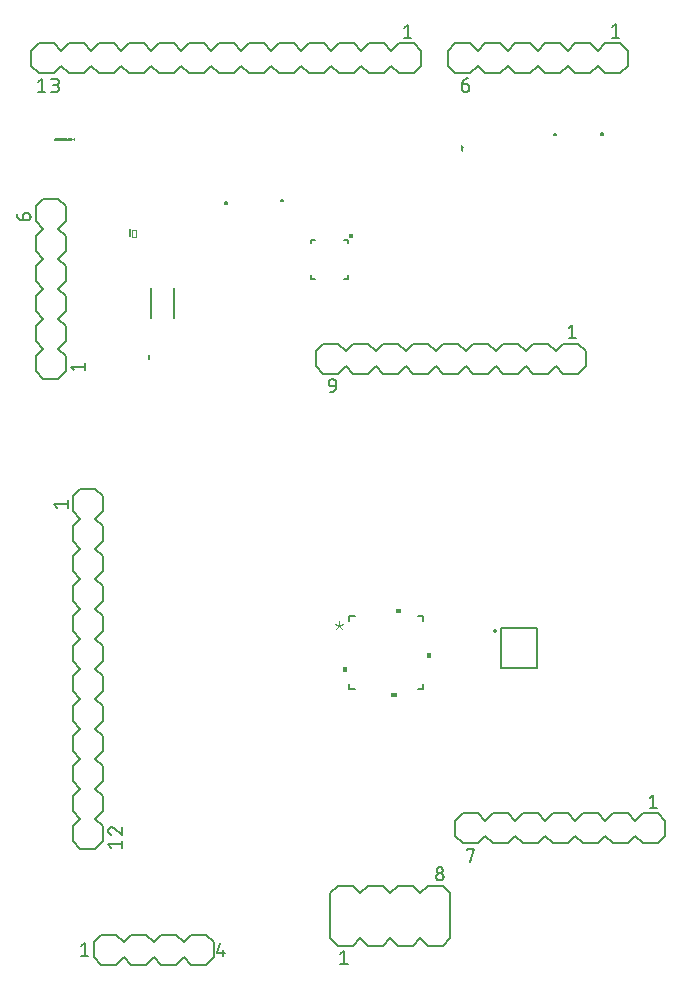
<source format=gto>
G75*
%MOIN*%
%OFA0B0*%
%FSLAX25Y25*%
%IPPOS*%
%LPD*%
%AMOC8*
5,1,8,0,0,1.08239X$1,22.5*
%
%ADD10C,0.00500*%
%ADD11C,0.00600*%
%ADD12C,0.00000*%
%ADD13C,0.00197*%
%ADD14C,0.00591*%
%ADD15C,0.01575*%
%ADD16C,0.00100*%
%ADD17C,0.00300*%
D10*
X0036832Y0015808D02*
X0039332Y0015808D01*
X0038082Y0015808D02*
X0038082Y0020308D01*
X0036832Y0019308D01*
X0046929Y0051905D02*
X0045929Y0053155D01*
X0050429Y0053155D01*
X0050429Y0051905D02*
X0050429Y0054405D01*
X0050429Y0056405D02*
X0050429Y0058905D01*
X0050429Y0056405D02*
X0047929Y0058530D01*
X0045929Y0057780D02*
X0045931Y0057707D01*
X0045936Y0057635D01*
X0045945Y0057563D01*
X0045958Y0057491D01*
X0045974Y0057420D01*
X0045994Y0057350D01*
X0046018Y0057282D01*
X0046044Y0057214D01*
X0046075Y0057148D01*
X0046108Y0057083D01*
X0046145Y0057021D01*
X0046184Y0056960D01*
X0046227Y0056901D01*
X0046273Y0056844D01*
X0046321Y0056790D01*
X0046372Y0056739D01*
X0046426Y0056689D01*
X0046482Y0056643D01*
X0046540Y0056600D01*
X0046601Y0056559D01*
X0046663Y0056522D01*
X0046727Y0056488D01*
X0046793Y0056457D01*
X0046860Y0056429D01*
X0046929Y0056405D01*
X0047929Y0058529D02*
X0047883Y0058575D01*
X0047834Y0058619D01*
X0047783Y0058659D01*
X0047730Y0058697D01*
X0047675Y0058732D01*
X0047618Y0058764D01*
X0047560Y0058793D01*
X0047500Y0058819D01*
X0047438Y0058841D01*
X0047376Y0058860D01*
X0047313Y0058876D01*
X0047249Y0058888D01*
X0047184Y0058897D01*
X0047119Y0058902D01*
X0047054Y0058904D01*
X0047054Y0058905D02*
X0046989Y0058903D01*
X0046923Y0058897D01*
X0046859Y0058888D01*
X0046795Y0058875D01*
X0046731Y0058858D01*
X0046669Y0058837D01*
X0046608Y0058813D01*
X0046549Y0058785D01*
X0046492Y0058754D01*
X0046436Y0058720D01*
X0046382Y0058682D01*
X0046331Y0058642D01*
X0046282Y0058598D01*
X0046236Y0058552D01*
X0046192Y0058503D01*
X0046152Y0058452D01*
X0046114Y0058398D01*
X0046080Y0058343D01*
X0046049Y0058285D01*
X0046021Y0058226D01*
X0045997Y0058165D01*
X0045976Y0058103D01*
X0045959Y0058039D01*
X0045946Y0057975D01*
X0045937Y0057911D01*
X0045931Y0057845D01*
X0045929Y0057780D01*
X0083332Y0020308D02*
X0082332Y0016808D01*
X0084832Y0016808D01*
X0084082Y0017808D02*
X0084082Y0015808D01*
X0123214Y0016576D02*
X0124464Y0017576D01*
X0124464Y0013076D01*
X0123214Y0013076D02*
X0125714Y0013076D01*
X0155214Y0042326D02*
X0155216Y0042257D01*
X0155222Y0042188D01*
X0155231Y0042120D01*
X0155244Y0042053D01*
X0155261Y0041986D01*
X0155282Y0041920D01*
X0155306Y0041856D01*
X0155334Y0041793D01*
X0155365Y0041731D01*
X0155399Y0041671D01*
X0155437Y0041614D01*
X0155478Y0041558D01*
X0155521Y0041505D01*
X0155568Y0041454D01*
X0155617Y0041406D01*
X0155669Y0041361D01*
X0155724Y0041319D01*
X0155780Y0041280D01*
X0155839Y0041243D01*
X0155900Y0041211D01*
X0155962Y0041181D01*
X0156026Y0041155D01*
X0156091Y0041133D01*
X0156157Y0041114D01*
X0156224Y0041099D01*
X0156292Y0041088D01*
X0156361Y0041080D01*
X0156430Y0041076D01*
X0156498Y0041076D01*
X0156567Y0041080D01*
X0156636Y0041088D01*
X0156704Y0041099D01*
X0156771Y0041114D01*
X0156837Y0041133D01*
X0156902Y0041155D01*
X0156966Y0041181D01*
X0157028Y0041211D01*
X0157089Y0041243D01*
X0157148Y0041280D01*
X0157204Y0041319D01*
X0157259Y0041361D01*
X0157311Y0041406D01*
X0157360Y0041454D01*
X0157407Y0041505D01*
X0157450Y0041558D01*
X0157491Y0041614D01*
X0157529Y0041671D01*
X0157563Y0041731D01*
X0157594Y0041793D01*
X0157622Y0041856D01*
X0157646Y0041920D01*
X0157667Y0041986D01*
X0157684Y0042053D01*
X0157697Y0042120D01*
X0157706Y0042188D01*
X0157712Y0042257D01*
X0157714Y0042326D01*
X0157712Y0042395D01*
X0157706Y0042464D01*
X0157697Y0042532D01*
X0157684Y0042599D01*
X0157667Y0042666D01*
X0157646Y0042732D01*
X0157622Y0042796D01*
X0157594Y0042859D01*
X0157563Y0042921D01*
X0157529Y0042981D01*
X0157491Y0043038D01*
X0157450Y0043094D01*
X0157407Y0043147D01*
X0157360Y0043198D01*
X0157311Y0043246D01*
X0157259Y0043291D01*
X0157204Y0043333D01*
X0157148Y0043372D01*
X0157089Y0043409D01*
X0157028Y0043441D01*
X0156966Y0043471D01*
X0156902Y0043497D01*
X0156837Y0043519D01*
X0156771Y0043538D01*
X0156704Y0043553D01*
X0156636Y0043564D01*
X0156567Y0043572D01*
X0156498Y0043576D01*
X0156430Y0043576D01*
X0156361Y0043572D01*
X0156292Y0043564D01*
X0156224Y0043553D01*
X0156157Y0043538D01*
X0156091Y0043519D01*
X0156026Y0043497D01*
X0155962Y0043471D01*
X0155900Y0043441D01*
X0155839Y0043409D01*
X0155780Y0043372D01*
X0155724Y0043333D01*
X0155669Y0043291D01*
X0155617Y0043246D01*
X0155568Y0043198D01*
X0155521Y0043147D01*
X0155478Y0043094D01*
X0155437Y0043038D01*
X0155399Y0042981D01*
X0155365Y0042921D01*
X0155334Y0042859D01*
X0155306Y0042796D01*
X0155282Y0042732D01*
X0155261Y0042666D01*
X0155244Y0042599D01*
X0155231Y0042532D01*
X0155222Y0042464D01*
X0155216Y0042395D01*
X0155214Y0042326D01*
X0155464Y0044576D02*
X0155466Y0044514D01*
X0155472Y0044453D01*
X0155481Y0044392D01*
X0155494Y0044332D01*
X0155511Y0044273D01*
X0155532Y0044215D01*
X0155556Y0044158D01*
X0155583Y0044103D01*
X0155614Y0044050D01*
X0155648Y0043998D01*
X0155685Y0043949D01*
X0155725Y0043902D01*
X0155768Y0043858D01*
X0155813Y0043817D01*
X0155861Y0043778D01*
X0155912Y0043742D01*
X0155964Y0043710D01*
X0156018Y0043681D01*
X0156074Y0043655D01*
X0156132Y0043633D01*
X0156190Y0043614D01*
X0156250Y0043599D01*
X0156311Y0043588D01*
X0156372Y0043580D01*
X0156433Y0043576D01*
X0156495Y0043576D01*
X0156556Y0043580D01*
X0156617Y0043588D01*
X0156678Y0043599D01*
X0156738Y0043614D01*
X0156796Y0043633D01*
X0156854Y0043655D01*
X0156910Y0043681D01*
X0156964Y0043710D01*
X0157016Y0043742D01*
X0157067Y0043778D01*
X0157115Y0043817D01*
X0157160Y0043858D01*
X0157203Y0043902D01*
X0157243Y0043949D01*
X0157280Y0043998D01*
X0157314Y0044050D01*
X0157345Y0044103D01*
X0157372Y0044158D01*
X0157396Y0044215D01*
X0157417Y0044273D01*
X0157434Y0044332D01*
X0157447Y0044392D01*
X0157456Y0044453D01*
X0157462Y0044514D01*
X0157464Y0044576D01*
X0157462Y0044638D01*
X0157456Y0044699D01*
X0157447Y0044760D01*
X0157434Y0044820D01*
X0157417Y0044879D01*
X0157396Y0044937D01*
X0157372Y0044994D01*
X0157345Y0045049D01*
X0157314Y0045102D01*
X0157280Y0045154D01*
X0157243Y0045203D01*
X0157203Y0045250D01*
X0157160Y0045294D01*
X0157115Y0045335D01*
X0157067Y0045374D01*
X0157016Y0045410D01*
X0156964Y0045442D01*
X0156910Y0045471D01*
X0156854Y0045497D01*
X0156796Y0045519D01*
X0156738Y0045538D01*
X0156678Y0045553D01*
X0156617Y0045564D01*
X0156556Y0045572D01*
X0156495Y0045576D01*
X0156433Y0045576D01*
X0156372Y0045572D01*
X0156311Y0045564D01*
X0156250Y0045553D01*
X0156190Y0045538D01*
X0156132Y0045519D01*
X0156074Y0045497D01*
X0156018Y0045471D01*
X0155964Y0045442D01*
X0155912Y0045410D01*
X0155861Y0045374D01*
X0155813Y0045335D01*
X0155768Y0045294D01*
X0155725Y0045250D01*
X0155685Y0045203D01*
X0155648Y0045154D01*
X0155614Y0045102D01*
X0155583Y0045049D01*
X0155556Y0044994D01*
X0155532Y0044937D01*
X0155511Y0044879D01*
X0155494Y0044820D01*
X0155481Y0044760D01*
X0155472Y0044699D01*
X0155466Y0044638D01*
X0155464Y0044576D01*
X0166675Y0047189D02*
X0167925Y0051689D01*
X0165425Y0051689D01*
X0165425Y0051189D01*
X0176901Y0111759D02*
X0176901Y0125144D01*
X0188712Y0125144D01*
X0188712Y0111759D01*
X0176901Y0111759D01*
X0226425Y0068689D02*
X0227675Y0069689D01*
X0227675Y0065189D01*
X0226425Y0065189D02*
X0228925Y0065189D01*
X0121924Y0205766D02*
X0121924Y0207016D01*
X0121922Y0207085D01*
X0121916Y0207154D01*
X0121907Y0207222D01*
X0121894Y0207289D01*
X0121877Y0207356D01*
X0121856Y0207422D01*
X0121832Y0207486D01*
X0121804Y0207549D01*
X0121773Y0207611D01*
X0121739Y0207671D01*
X0121701Y0207728D01*
X0121660Y0207784D01*
X0121617Y0207837D01*
X0121570Y0207888D01*
X0121521Y0207936D01*
X0121469Y0207981D01*
X0121414Y0208023D01*
X0121358Y0208062D01*
X0121299Y0208099D01*
X0121238Y0208131D01*
X0121176Y0208161D01*
X0121112Y0208187D01*
X0121047Y0208209D01*
X0120981Y0208228D01*
X0120914Y0208243D01*
X0120846Y0208254D01*
X0120777Y0208262D01*
X0120708Y0208266D01*
X0120640Y0208266D01*
X0120571Y0208262D01*
X0120502Y0208254D01*
X0120434Y0208243D01*
X0120367Y0208228D01*
X0120301Y0208209D01*
X0120236Y0208187D01*
X0120172Y0208161D01*
X0120110Y0208131D01*
X0120049Y0208099D01*
X0119990Y0208062D01*
X0119934Y0208023D01*
X0119879Y0207981D01*
X0119827Y0207936D01*
X0119778Y0207888D01*
X0119731Y0207837D01*
X0119688Y0207784D01*
X0119647Y0207728D01*
X0119609Y0207671D01*
X0119575Y0207611D01*
X0119544Y0207549D01*
X0119516Y0207486D01*
X0119492Y0207422D01*
X0119471Y0207356D01*
X0119454Y0207289D01*
X0119441Y0207222D01*
X0119432Y0207154D01*
X0119426Y0207085D01*
X0119424Y0207016D01*
X0119424Y0206766D01*
X0119426Y0206706D01*
X0119431Y0206645D01*
X0119440Y0206586D01*
X0119453Y0206527D01*
X0119469Y0206468D01*
X0119489Y0206411D01*
X0119512Y0206356D01*
X0119539Y0206301D01*
X0119568Y0206249D01*
X0119601Y0206198D01*
X0119637Y0206149D01*
X0119675Y0206103D01*
X0119717Y0206059D01*
X0119761Y0206017D01*
X0119807Y0205979D01*
X0119856Y0205943D01*
X0119907Y0205910D01*
X0119959Y0205881D01*
X0120014Y0205854D01*
X0120069Y0205831D01*
X0120126Y0205811D01*
X0120185Y0205795D01*
X0120244Y0205782D01*
X0120303Y0205773D01*
X0120364Y0205768D01*
X0120424Y0205766D01*
X0121924Y0205766D01*
X0121922Y0205679D01*
X0121916Y0205592D01*
X0121907Y0205505D01*
X0121894Y0205419D01*
X0121877Y0205333D01*
X0121856Y0205248D01*
X0121831Y0205165D01*
X0121803Y0205082D01*
X0121772Y0205001D01*
X0121737Y0204921D01*
X0121698Y0204843D01*
X0121656Y0204766D01*
X0121611Y0204691D01*
X0121562Y0204619D01*
X0121511Y0204548D01*
X0121456Y0204480D01*
X0121399Y0204415D01*
X0121338Y0204352D01*
X0121275Y0204291D01*
X0121210Y0204234D01*
X0121142Y0204179D01*
X0121071Y0204128D01*
X0120999Y0204079D01*
X0120924Y0204034D01*
X0120847Y0203992D01*
X0120769Y0203953D01*
X0120689Y0203918D01*
X0120608Y0203887D01*
X0120525Y0203859D01*
X0120442Y0203834D01*
X0120357Y0203813D01*
X0120271Y0203796D01*
X0120185Y0203783D01*
X0120098Y0203774D01*
X0120011Y0203768D01*
X0119924Y0203766D01*
X0124660Y0241666D02*
X0125841Y0241666D01*
X0125841Y0243044D01*
X0125841Y0253477D02*
X0125841Y0254658D01*
X0124660Y0254658D01*
X0114818Y0254658D02*
X0113637Y0254658D01*
X0113637Y0253477D01*
X0113637Y0242847D02*
X0113637Y0241666D01*
X0114818Y0241666D01*
X0067774Y0238612D02*
X0067774Y0228454D01*
X0060156Y0228454D02*
X0060156Y0238612D01*
X0038031Y0213594D02*
X0038031Y0211094D01*
X0038031Y0212344D02*
X0033531Y0212344D01*
X0034531Y0211094D01*
X0032429Y0167905D02*
X0032429Y0165405D01*
X0032429Y0166655D02*
X0027929Y0166655D01*
X0028929Y0165405D01*
X0018781Y0261094D02*
X0017531Y0261094D01*
X0017531Y0262594D01*
X0017531Y0261094D02*
X0017444Y0261096D01*
X0017357Y0261102D01*
X0017270Y0261111D01*
X0017184Y0261124D01*
X0017098Y0261141D01*
X0017013Y0261162D01*
X0016930Y0261187D01*
X0016847Y0261215D01*
X0016766Y0261246D01*
X0016686Y0261281D01*
X0016608Y0261320D01*
X0016531Y0261362D01*
X0016456Y0261407D01*
X0016384Y0261456D01*
X0016313Y0261507D01*
X0016245Y0261562D01*
X0016180Y0261619D01*
X0016117Y0261680D01*
X0016056Y0261743D01*
X0015999Y0261808D01*
X0015944Y0261876D01*
X0015893Y0261947D01*
X0015844Y0262019D01*
X0015799Y0262094D01*
X0015757Y0262171D01*
X0015718Y0262249D01*
X0015683Y0262329D01*
X0015652Y0262410D01*
X0015624Y0262493D01*
X0015599Y0262576D01*
X0015578Y0262661D01*
X0015561Y0262747D01*
X0015548Y0262833D01*
X0015539Y0262920D01*
X0015533Y0263007D01*
X0015531Y0263094D01*
X0018531Y0263594D02*
X0018781Y0263594D01*
X0018531Y0263594D02*
X0018471Y0263592D01*
X0018410Y0263587D01*
X0018351Y0263578D01*
X0018292Y0263565D01*
X0018233Y0263549D01*
X0018176Y0263529D01*
X0018121Y0263506D01*
X0018066Y0263479D01*
X0018014Y0263450D01*
X0017963Y0263417D01*
X0017914Y0263381D01*
X0017868Y0263343D01*
X0017824Y0263301D01*
X0017782Y0263257D01*
X0017744Y0263211D01*
X0017708Y0263162D01*
X0017675Y0263111D01*
X0017646Y0263059D01*
X0017619Y0263004D01*
X0017596Y0262949D01*
X0017576Y0262892D01*
X0017560Y0262833D01*
X0017547Y0262774D01*
X0017538Y0262715D01*
X0017533Y0262654D01*
X0017531Y0262594D01*
X0018781Y0263594D02*
X0018850Y0263592D01*
X0018919Y0263586D01*
X0018987Y0263577D01*
X0019054Y0263564D01*
X0019121Y0263547D01*
X0019187Y0263526D01*
X0019251Y0263502D01*
X0019314Y0263474D01*
X0019376Y0263443D01*
X0019436Y0263409D01*
X0019493Y0263371D01*
X0019549Y0263330D01*
X0019602Y0263287D01*
X0019653Y0263240D01*
X0019701Y0263191D01*
X0019746Y0263139D01*
X0019788Y0263084D01*
X0019827Y0263028D01*
X0019864Y0262969D01*
X0019896Y0262908D01*
X0019926Y0262846D01*
X0019952Y0262782D01*
X0019974Y0262717D01*
X0019993Y0262651D01*
X0020008Y0262584D01*
X0020019Y0262516D01*
X0020027Y0262447D01*
X0020031Y0262378D01*
X0020031Y0262310D01*
X0020027Y0262241D01*
X0020019Y0262172D01*
X0020008Y0262104D01*
X0019993Y0262037D01*
X0019974Y0261971D01*
X0019952Y0261906D01*
X0019926Y0261842D01*
X0019896Y0261780D01*
X0019864Y0261719D01*
X0019827Y0261660D01*
X0019788Y0261604D01*
X0019746Y0261549D01*
X0019701Y0261497D01*
X0019653Y0261448D01*
X0019602Y0261401D01*
X0019549Y0261358D01*
X0019493Y0261317D01*
X0019436Y0261279D01*
X0019376Y0261245D01*
X0019314Y0261214D01*
X0019251Y0261186D01*
X0019187Y0261162D01*
X0019121Y0261141D01*
X0019054Y0261124D01*
X0018987Y0261111D01*
X0018919Y0261102D01*
X0018850Y0261096D01*
X0018781Y0261094D01*
X0022490Y0303843D02*
X0024990Y0303843D01*
X0023740Y0303843D02*
X0023740Y0308343D01*
X0022490Y0307343D01*
X0026990Y0308343D02*
X0028490Y0308343D01*
X0028552Y0308341D01*
X0028613Y0308335D01*
X0028674Y0308326D01*
X0028734Y0308313D01*
X0028793Y0308296D01*
X0028851Y0308275D01*
X0028908Y0308251D01*
X0028963Y0308224D01*
X0029016Y0308193D01*
X0029068Y0308159D01*
X0029117Y0308122D01*
X0029164Y0308082D01*
X0029208Y0308039D01*
X0029249Y0307994D01*
X0029288Y0307946D01*
X0029324Y0307895D01*
X0029356Y0307843D01*
X0029385Y0307789D01*
X0029411Y0307733D01*
X0029433Y0307675D01*
X0029452Y0307617D01*
X0029467Y0307557D01*
X0029478Y0307496D01*
X0029486Y0307435D01*
X0029490Y0307374D01*
X0029490Y0307312D01*
X0029486Y0307251D01*
X0029478Y0307190D01*
X0029467Y0307129D01*
X0029452Y0307069D01*
X0029433Y0307011D01*
X0029411Y0306953D01*
X0029385Y0306897D01*
X0029356Y0306843D01*
X0029324Y0306791D01*
X0029288Y0306740D01*
X0029249Y0306692D01*
X0029208Y0306647D01*
X0029164Y0306604D01*
X0029117Y0306564D01*
X0029068Y0306527D01*
X0029016Y0306493D01*
X0028963Y0306462D01*
X0028908Y0306435D01*
X0028851Y0306411D01*
X0028793Y0306390D01*
X0028734Y0306373D01*
X0028674Y0306360D01*
X0028613Y0306351D01*
X0028552Y0306345D01*
X0028490Y0306343D01*
X0027490Y0306343D01*
X0028240Y0306343D02*
X0028309Y0306341D01*
X0028378Y0306335D01*
X0028446Y0306326D01*
X0028513Y0306313D01*
X0028580Y0306296D01*
X0028646Y0306275D01*
X0028710Y0306251D01*
X0028773Y0306223D01*
X0028835Y0306192D01*
X0028895Y0306158D01*
X0028952Y0306120D01*
X0029008Y0306079D01*
X0029061Y0306036D01*
X0029112Y0305989D01*
X0029160Y0305940D01*
X0029205Y0305888D01*
X0029247Y0305833D01*
X0029286Y0305777D01*
X0029323Y0305718D01*
X0029355Y0305657D01*
X0029385Y0305595D01*
X0029411Y0305531D01*
X0029433Y0305466D01*
X0029452Y0305400D01*
X0029467Y0305333D01*
X0029478Y0305265D01*
X0029486Y0305196D01*
X0029490Y0305127D01*
X0029490Y0305059D01*
X0029486Y0304990D01*
X0029478Y0304921D01*
X0029467Y0304853D01*
X0029452Y0304786D01*
X0029433Y0304720D01*
X0029411Y0304655D01*
X0029385Y0304591D01*
X0029355Y0304529D01*
X0029323Y0304468D01*
X0029286Y0304409D01*
X0029247Y0304353D01*
X0029205Y0304298D01*
X0029160Y0304246D01*
X0029112Y0304197D01*
X0029061Y0304150D01*
X0029008Y0304107D01*
X0028952Y0304066D01*
X0028895Y0304028D01*
X0028835Y0303994D01*
X0028773Y0303963D01*
X0028710Y0303935D01*
X0028646Y0303911D01*
X0028580Y0303890D01*
X0028513Y0303873D01*
X0028446Y0303860D01*
X0028378Y0303851D01*
X0028309Y0303845D01*
X0028240Y0303843D01*
X0026990Y0303843D01*
X0144490Y0321843D02*
X0146990Y0321843D01*
X0145740Y0321843D02*
X0145740Y0326343D01*
X0144490Y0325343D01*
X0163859Y0306476D02*
X0163859Y0305226D01*
X0163859Y0306476D02*
X0165359Y0306476D01*
X0163859Y0306476D02*
X0163861Y0306563D01*
X0163867Y0306650D01*
X0163876Y0306737D01*
X0163889Y0306823D01*
X0163906Y0306909D01*
X0163927Y0306994D01*
X0163952Y0307077D01*
X0163980Y0307160D01*
X0164011Y0307241D01*
X0164046Y0307321D01*
X0164085Y0307399D01*
X0164127Y0307476D01*
X0164172Y0307551D01*
X0164221Y0307623D01*
X0164272Y0307694D01*
X0164327Y0307762D01*
X0164384Y0307827D01*
X0164445Y0307890D01*
X0164508Y0307951D01*
X0164573Y0308008D01*
X0164641Y0308063D01*
X0164712Y0308114D01*
X0164784Y0308163D01*
X0164859Y0308208D01*
X0164936Y0308250D01*
X0165014Y0308289D01*
X0165094Y0308324D01*
X0165175Y0308355D01*
X0165258Y0308383D01*
X0165341Y0308408D01*
X0165426Y0308429D01*
X0165512Y0308446D01*
X0165598Y0308459D01*
X0165685Y0308468D01*
X0165772Y0308474D01*
X0165859Y0308476D01*
X0165359Y0306476D02*
X0165419Y0306474D01*
X0165480Y0306469D01*
X0165539Y0306460D01*
X0165598Y0306447D01*
X0165657Y0306431D01*
X0165714Y0306411D01*
X0165769Y0306388D01*
X0165824Y0306361D01*
X0165876Y0306332D01*
X0165927Y0306299D01*
X0165976Y0306263D01*
X0166022Y0306225D01*
X0166066Y0306183D01*
X0166108Y0306139D01*
X0166146Y0306093D01*
X0166182Y0306044D01*
X0166215Y0305993D01*
X0166244Y0305941D01*
X0166271Y0305886D01*
X0166294Y0305831D01*
X0166314Y0305774D01*
X0166330Y0305715D01*
X0166343Y0305656D01*
X0166352Y0305597D01*
X0166357Y0305536D01*
X0166359Y0305476D01*
X0166359Y0305226D01*
X0166357Y0305157D01*
X0166351Y0305088D01*
X0166342Y0305020D01*
X0166329Y0304953D01*
X0166312Y0304886D01*
X0166291Y0304820D01*
X0166267Y0304756D01*
X0166239Y0304693D01*
X0166208Y0304631D01*
X0166174Y0304571D01*
X0166136Y0304514D01*
X0166095Y0304458D01*
X0166052Y0304405D01*
X0166005Y0304354D01*
X0165956Y0304306D01*
X0165904Y0304261D01*
X0165849Y0304219D01*
X0165793Y0304180D01*
X0165734Y0304143D01*
X0165673Y0304111D01*
X0165611Y0304081D01*
X0165547Y0304055D01*
X0165482Y0304033D01*
X0165416Y0304014D01*
X0165349Y0303999D01*
X0165281Y0303988D01*
X0165212Y0303980D01*
X0165143Y0303976D01*
X0165075Y0303976D01*
X0165006Y0303980D01*
X0164937Y0303988D01*
X0164869Y0303999D01*
X0164802Y0304014D01*
X0164736Y0304033D01*
X0164671Y0304055D01*
X0164607Y0304081D01*
X0164545Y0304111D01*
X0164484Y0304143D01*
X0164425Y0304180D01*
X0164369Y0304219D01*
X0164314Y0304261D01*
X0164262Y0304306D01*
X0164213Y0304354D01*
X0164166Y0304405D01*
X0164123Y0304458D01*
X0164082Y0304514D01*
X0164044Y0304571D01*
X0164010Y0304631D01*
X0163979Y0304693D01*
X0163951Y0304756D01*
X0163927Y0304820D01*
X0163906Y0304886D01*
X0163889Y0304953D01*
X0163876Y0305020D01*
X0163867Y0305088D01*
X0163861Y0305157D01*
X0163859Y0305226D01*
X0213859Y0321976D02*
X0216359Y0321976D01*
X0215109Y0321976D02*
X0215109Y0326476D01*
X0213859Y0325476D01*
X0200674Y0226266D02*
X0200674Y0221766D01*
X0199424Y0221766D02*
X0201924Y0221766D01*
X0199424Y0225266D02*
X0200674Y0226266D01*
D11*
X0202674Y0220016D02*
X0197674Y0220016D01*
X0195174Y0217516D01*
X0192674Y0220016D01*
X0187674Y0220016D01*
X0185174Y0217516D01*
X0182674Y0220016D01*
X0177674Y0220016D01*
X0175174Y0217516D01*
X0172674Y0220016D01*
X0167674Y0220016D01*
X0165174Y0217516D01*
X0162674Y0220016D01*
X0157674Y0220016D01*
X0155174Y0217516D01*
X0152674Y0220016D01*
X0147674Y0220016D01*
X0145174Y0217516D01*
X0142674Y0220016D01*
X0137674Y0220016D01*
X0135174Y0217516D01*
X0132674Y0220016D01*
X0127674Y0220016D01*
X0125174Y0217516D01*
X0122674Y0220016D01*
X0117674Y0220016D01*
X0115174Y0217516D01*
X0115174Y0212516D01*
X0117674Y0210016D01*
X0122674Y0210016D01*
X0125174Y0212516D01*
X0127674Y0210016D01*
X0132674Y0210016D01*
X0135174Y0212516D01*
X0137674Y0210016D01*
X0142674Y0210016D01*
X0145174Y0212516D01*
X0147674Y0210016D01*
X0152674Y0210016D01*
X0155174Y0212516D01*
X0157674Y0210016D01*
X0162674Y0210016D01*
X0165174Y0212516D01*
X0167674Y0210016D01*
X0172674Y0210016D01*
X0175174Y0212516D01*
X0177674Y0210016D01*
X0182674Y0210016D01*
X0185174Y0212516D01*
X0187674Y0210016D01*
X0192674Y0210016D01*
X0195174Y0212516D01*
X0197674Y0210016D01*
X0202674Y0210016D01*
X0205174Y0212516D01*
X0205174Y0217516D01*
X0202674Y0220016D01*
X0194984Y0289411D02*
X0195018Y0289413D01*
X0195051Y0289419D01*
X0195083Y0289428D01*
X0195114Y0289441D01*
X0195144Y0289457D01*
X0195171Y0289476D01*
X0195196Y0289499D01*
X0195219Y0289524D01*
X0195238Y0289551D01*
X0195254Y0289581D01*
X0195267Y0289612D01*
X0195276Y0289644D01*
X0195282Y0289677D01*
X0195284Y0289711D01*
X0195282Y0289745D01*
X0195276Y0289778D01*
X0195267Y0289810D01*
X0195254Y0289841D01*
X0195238Y0289871D01*
X0195219Y0289898D01*
X0195196Y0289923D01*
X0195171Y0289946D01*
X0195144Y0289965D01*
X0195114Y0289981D01*
X0195083Y0289994D01*
X0195051Y0290003D01*
X0195018Y0290009D01*
X0194984Y0290011D01*
X0194950Y0290009D01*
X0194917Y0290003D01*
X0194885Y0289994D01*
X0194854Y0289981D01*
X0194824Y0289965D01*
X0194797Y0289946D01*
X0194772Y0289923D01*
X0194749Y0289898D01*
X0194730Y0289871D01*
X0194714Y0289841D01*
X0194701Y0289810D01*
X0194692Y0289778D01*
X0194686Y0289745D01*
X0194684Y0289711D01*
X0194686Y0289677D01*
X0194692Y0289644D01*
X0194701Y0289612D01*
X0194714Y0289581D01*
X0194730Y0289551D01*
X0194749Y0289524D01*
X0194772Y0289499D01*
X0194797Y0289476D01*
X0194824Y0289457D01*
X0194854Y0289441D01*
X0194885Y0289428D01*
X0194917Y0289419D01*
X0194950Y0289413D01*
X0194984Y0289411D01*
X0196609Y0310226D02*
X0191609Y0310226D01*
X0189109Y0312726D01*
X0186609Y0310226D01*
X0181609Y0310226D01*
X0179109Y0312726D01*
X0176609Y0310226D01*
X0171609Y0310226D01*
X0169109Y0312726D01*
X0166609Y0310226D01*
X0161609Y0310226D01*
X0159109Y0312726D01*
X0159109Y0317726D01*
X0161609Y0320226D01*
X0166609Y0320226D01*
X0169109Y0317726D01*
X0171609Y0320226D01*
X0176609Y0320226D01*
X0179109Y0317726D01*
X0181609Y0320226D01*
X0186609Y0320226D01*
X0189109Y0317726D01*
X0191609Y0320226D01*
X0196609Y0320226D01*
X0199109Y0317726D01*
X0201609Y0320226D01*
X0206609Y0320226D01*
X0209109Y0317726D01*
X0211609Y0320226D01*
X0216609Y0320226D01*
X0219109Y0317726D01*
X0219109Y0312726D01*
X0216609Y0310226D01*
X0211609Y0310226D01*
X0209109Y0312726D01*
X0206609Y0310226D01*
X0201609Y0310226D01*
X0199109Y0312726D01*
X0196609Y0310226D01*
X0210463Y0290207D02*
X0210497Y0290205D01*
X0210530Y0290199D01*
X0210562Y0290190D01*
X0210593Y0290177D01*
X0210623Y0290161D01*
X0210650Y0290142D01*
X0210675Y0290119D01*
X0210698Y0290094D01*
X0210717Y0290067D01*
X0210733Y0290037D01*
X0210746Y0290006D01*
X0210755Y0289974D01*
X0210761Y0289941D01*
X0210763Y0289907D01*
X0210761Y0289873D01*
X0210755Y0289840D01*
X0210746Y0289808D01*
X0210733Y0289777D01*
X0210717Y0289747D01*
X0210698Y0289720D01*
X0210675Y0289695D01*
X0210650Y0289672D01*
X0210623Y0289653D01*
X0210593Y0289637D01*
X0210562Y0289624D01*
X0210530Y0289615D01*
X0210497Y0289609D01*
X0210463Y0289607D01*
X0210429Y0289609D01*
X0210396Y0289615D01*
X0210364Y0289624D01*
X0210333Y0289637D01*
X0210303Y0289653D01*
X0210276Y0289672D01*
X0210251Y0289695D01*
X0210228Y0289720D01*
X0210209Y0289747D01*
X0210193Y0289777D01*
X0210180Y0289808D01*
X0210171Y0289840D01*
X0210165Y0289873D01*
X0210163Y0289907D01*
X0210165Y0289941D01*
X0210171Y0289974D01*
X0210180Y0290006D01*
X0210193Y0290037D01*
X0210209Y0290067D01*
X0210228Y0290094D01*
X0210251Y0290119D01*
X0210276Y0290142D01*
X0210303Y0290161D01*
X0210333Y0290177D01*
X0210364Y0290190D01*
X0210396Y0290199D01*
X0210429Y0290205D01*
X0210463Y0290207D01*
X0150240Y0312593D02*
X0147740Y0310093D01*
X0142740Y0310093D01*
X0140240Y0312593D01*
X0137740Y0310093D01*
X0132740Y0310093D01*
X0130240Y0312593D01*
X0127740Y0310093D01*
X0122740Y0310093D01*
X0120240Y0312593D01*
X0117740Y0310093D01*
X0112740Y0310093D01*
X0110240Y0312593D01*
X0107740Y0310093D01*
X0102740Y0310093D01*
X0100240Y0312593D01*
X0097740Y0310093D01*
X0092740Y0310093D01*
X0090240Y0312593D01*
X0087740Y0310093D01*
X0082740Y0310093D01*
X0080240Y0312593D01*
X0077740Y0310093D01*
X0072740Y0310093D01*
X0070240Y0312593D01*
X0067740Y0310093D01*
X0062740Y0310093D01*
X0060240Y0312593D01*
X0057740Y0310093D01*
X0052740Y0310093D01*
X0050240Y0312593D01*
X0047740Y0310093D01*
X0042740Y0310093D01*
X0040240Y0312593D01*
X0037740Y0310093D01*
X0032740Y0310093D01*
X0030240Y0312593D01*
X0027740Y0310093D01*
X0022740Y0310093D01*
X0020240Y0312593D01*
X0020240Y0317593D01*
X0022740Y0320093D01*
X0027740Y0320093D01*
X0030240Y0317593D01*
X0032740Y0320093D01*
X0037740Y0320093D01*
X0040240Y0317593D01*
X0042740Y0320093D01*
X0047740Y0320093D01*
X0050240Y0317593D01*
X0052740Y0320093D01*
X0057740Y0320093D01*
X0060240Y0317593D01*
X0062740Y0320093D01*
X0067740Y0320093D01*
X0070240Y0317593D01*
X0072740Y0320093D01*
X0077740Y0320093D01*
X0080240Y0317593D01*
X0082740Y0320093D01*
X0087740Y0320093D01*
X0090240Y0317593D01*
X0092740Y0320093D01*
X0097740Y0320093D01*
X0100240Y0317593D01*
X0102740Y0320093D01*
X0107740Y0320093D01*
X0110240Y0317593D01*
X0112740Y0320093D01*
X0117740Y0320093D01*
X0120240Y0317593D01*
X0122740Y0320093D01*
X0127740Y0320093D01*
X0130240Y0317593D01*
X0132740Y0320093D01*
X0137740Y0320093D01*
X0140240Y0317593D01*
X0142740Y0320093D01*
X0147740Y0320093D01*
X0150240Y0317593D01*
X0150240Y0312593D01*
X0104164Y0267772D02*
X0104162Y0267806D01*
X0104156Y0267839D01*
X0104147Y0267871D01*
X0104134Y0267902D01*
X0104118Y0267932D01*
X0104099Y0267959D01*
X0104076Y0267984D01*
X0104051Y0268007D01*
X0104024Y0268026D01*
X0103994Y0268042D01*
X0103963Y0268055D01*
X0103931Y0268064D01*
X0103898Y0268070D01*
X0103864Y0268072D01*
X0103830Y0268070D01*
X0103797Y0268064D01*
X0103765Y0268055D01*
X0103734Y0268042D01*
X0103704Y0268026D01*
X0103677Y0268007D01*
X0103652Y0267984D01*
X0103629Y0267959D01*
X0103610Y0267932D01*
X0103594Y0267902D01*
X0103581Y0267871D01*
X0103572Y0267839D01*
X0103566Y0267806D01*
X0103564Y0267772D01*
X0103566Y0267738D01*
X0103572Y0267705D01*
X0103581Y0267673D01*
X0103594Y0267642D01*
X0103610Y0267612D01*
X0103629Y0267585D01*
X0103652Y0267560D01*
X0103677Y0267537D01*
X0103704Y0267518D01*
X0103734Y0267502D01*
X0103765Y0267489D01*
X0103797Y0267480D01*
X0103830Y0267474D01*
X0103864Y0267472D01*
X0103898Y0267474D01*
X0103931Y0267480D01*
X0103963Y0267489D01*
X0103994Y0267502D01*
X0104024Y0267518D01*
X0104051Y0267537D01*
X0104076Y0267560D01*
X0104099Y0267585D01*
X0104118Y0267612D01*
X0104134Y0267642D01*
X0104147Y0267673D01*
X0104156Y0267705D01*
X0104162Y0267738D01*
X0104164Y0267772D01*
X0085548Y0266916D02*
X0085546Y0266950D01*
X0085540Y0266983D01*
X0085531Y0267015D01*
X0085518Y0267046D01*
X0085502Y0267076D01*
X0085483Y0267103D01*
X0085460Y0267128D01*
X0085435Y0267151D01*
X0085408Y0267170D01*
X0085378Y0267186D01*
X0085347Y0267199D01*
X0085315Y0267208D01*
X0085282Y0267214D01*
X0085248Y0267216D01*
X0085214Y0267214D01*
X0085181Y0267208D01*
X0085149Y0267199D01*
X0085118Y0267186D01*
X0085088Y0267170D01*
X0085061Y0267151D01*
X0085036Y0267128D01*
X0085013Y0267103D01*
X0084994Y0267076D01*
X0084978Y0267046D01*
X0084965Y0267015D01*
X0084956Y0266983D01*
X0084950Y0266950D01*
X0084948Y0266916D01*
X0084950Y0266882D01*
X0084956Y0266849D01*
X0084965Y0266817D01*
X0084978Y0266786D01*
X0084994Y0266756D01*
X0085013Y0266729D01*
X0085036Y0266704D01*
X0085061Y0266681D01*
X0085088Y0266662D01*
X0085118Y0266646D01*
X0085149Y0266633D01*
X0085181Y0266624D01*
X0085214Y0266618D01*
X0085248Y0266616D01*
X0085282Y0266618D01*
X0085315Y0266624D01*
X0085347Y0266633D01*
X0085378Y0266646D01*
X0085408Y0266662D01*
X0085435Y0266681D01*
X0085460Y0266704D01*
X0085483Y0266729D01*
X0085502Y0266756D01*
X0085518Y0266786D01*
X0085531Y0266817D01*
X0085540Y0266849D01*
X0085546Y0266882D01*
X0085548Y0266916D01*
X0031781Y0265844D02*
X0031781Y0260844D01*
X0029281Y0258344D01*
X0031781Y0255844D01*
X0031781Y0250844D01*
X0029281Y0248344D01*
X0031781Y0245844D01*
X0031781Y0240844D01*
X0029281Y0238344D01*
X0031781Y0235844D01*
X0031781Y0230844D01*
X0029281Y0228344D01*
X0031781Y0225844D01*
X0031781Y0220844D01*
X0029281Y0218344D01*
X0031781Y0215844D01*
X0031781Y0210844D01*
X0029281Y0208344D01*
X0024281Y0208344D01*
X0021781Y0210844D01*
X0021781Y0215844D01*
X0024281Y0218344D01*
X0021781Y0220844D01*
X0021781Y0225844D01*
X0024281Y0228344D01*
X0021781Y0230844D01*
X0021781Y0235844D01*
X0024281Y0238344D01*
X0021781Y0240844D01*
X0021781Y0245844D01*
X0024281Y0248344D01*
X0021781Y0250844D01*
X0021781Y0255844D01*
X0024281Y0258344D01*
X0021781Y0260844D01*
X0021781Y0265844D01*
X0024281Y0268344D01*
X0029281Y0268344D01*
X0031781Y0265844D01*
X0036679Y0171655D02*
X0034179Y0169155D01*
X0034179Y0164155D01*
X0036679Y0161655D01*
X0034179Y0159155D01*
X0034179Y0154155D01*
X0036679Y0151655D01*
X0034179Y0149155D01*
X0034179Y0144155D01*
X0036679Y0141655D01*
X0034179Y0139155D01*
X0034179Y0134155D01*
X0036679Y0131655D01*
X0034179Y0129155D01*
X0034179Y0124155D01*
X0036679Y0121655D01*
X0034179Y0119155D01*
X0034179Y0114155D01*
X0036679Y0111655D01*
X0034179Y0109155D01*
X0034179Y0104155D01*
X0036679Y0101655D01*
X0034179Y0099155D01*
X0034179Y0094155D01*
X0036679Y0091655D01*
X0034179Y0089155D01*
X0034179Y0084155D01*
X0036679Y0081655D01*
X0034179Y0079155D01*
X0034179Y0074155D01*
X0036679Y0071655D01*
X0034179Y0069155D01*
X0034179Y0064155D01*
X0036679Y0061655D01*
X0034179Y0059155D01*
X0034179Y0054155D01*
X0036679Y0051655D01*
X0041679Y0051655D01*
X0044179Y0054155D01*
X0044179Y0059155D01*
X0041679Y0061655D01*
X0044179Y0064155D01*
X0044179Y0069155D01*
X0041679Y0071655D01*
X0044179Y0074155D01*
X0044179Y0079155D01*
X0041679Y0081655D01*
X0044179Y0084155D01*
X0044179Y0089155D01*
X0041679Y0091655D01*
X0044179Y0094155D01*
X0044179Y0099155D01*
X0041679Y0101655D01*
X0044179Y0104155D01*
X0044179Y0109155D01*
X0041679Y0111655D01*
X0044179Y0114155D01*
X0044179Y0119155D01*
X0041679Y0121655D01*
X0044179Y0124155D01*
X0044179Y0129155D01*
X0041679Y0131655D01*
X0044179Y0134155D01*
X0044179Y0139155D01*
X0041679Y0141655D01*
X0044179Y0144155D01*
X0044179Y0149155D01*
X0041679Y0151655D01*
X0044179Y0154155D01*
X0044179Y0159155D01*
X0041679Y0161655D01*
X0044179Y0164155D01*
X0044179Y0169155D01*
X0041679Y0171655D01*
X0036679Y0171655D01*
X0126333Y0129344D02*
X0126333Y0127544D01*
X0126333Y0129344D02*
X0128133Y0129344D01*
X0126333Y0106544D02*
X0126333Y0104744D01*
X0128133Y0104744D01*
X0149133Y0104744D02*
X0150933Y0104744D01*
X0150933Y0106544D01*
X0150933Y0127544D02*
X0150933Y0129344D01*
X0149133Y0129344D01*
X0164175Y0063439D02*
X0161675Y0060939D01*
X0161675Y0055939D01*
X0164175Y0053439D01*
X0169175Y0053439D01*
X0171675Y0055939D01*
X0174175Y0053439D01*
X0179175Y0053439D01*
X0181675Y0055939D01*
X0184175Y0053439D01*
X0189175Y0053439D01*
X0191675Y0055939D01*
X0194175Y0053439D01*
X0199175Y0053439D01*
X0201675Y0055939D01*
X0204175Y0053439D01*
X0209175Y0053439D01*
X0211675Y0055939D01*
X0214175Y0053439D01*
X0219175Y0053439D01*
X0221675Y0055939D01*
X0224175Y0053439D01*
X0229175Y0053439D01*
X0231675Y0055939D01*
X0231675Y0060939D01*
X0229175Y0063439D01*
X0224175Y0063439D01*
X0221675Y0060939D01*
X0219175Y0063439D01*
X0214175Y0063439D01*
X0211675Y0060939D01*
X0209175Y0063439D01*
X0204175Y0063439D01*
X0201675Y0060939D01*
X0199175Y0063439D01*
X0194175Y0063439D01*
X0191675Y0060939D01*
X0189175Y0063439D01*
X0184175Y0063439D01*
X0181675Y0060939D01*
X0179175Y0063439D01*
X0174175Y0063439D01*
X0171675Y0060939D01*
X0169175Y0063439D01*
X0164175Y0063439D01*
X0157464Y0039326D02*
X0152464Y0039326D01*
X0149964Y0036826D01*
X0147464Y0039326D01*
X0142464Y0039326D01*
X0139964Y0036826D01*
X0137464Y0039326D01*
X0132464Y0039326D01*
X0129964Y0036826D01*
X0127464Y0039326D01*
X0122464Y0039326D01*
X0119964Y0036826D01*
X0119964Y0021826D01*
X0122464Y0019326D01*
X0127464Y0019326D01*
X0129964Y0021826D01*
X0132464Y0019326D01*
X0137464Y0019326D01*
X0139964Y0021826D01*
X0142464Y0019326D01*
X0147464Y0019326D01*
X0149964Y0021826D01*
X0152464Y0019326D01*
X0157464Y0019326D01*
X0159964Y0021826D01*
X0159964Y0036826D01*
X0157464Y0039326D01*
X0081082Y0020558D02*
X0081082Y0015558D01*
X0078582Y0013058D01*
X0073582Y0013058D01*
X0071082Y0015558D01*
X0068582Y0013058D01*
X0063582Y0013058D01*
X0061082Y0015558D01*
X0058582Y0013058D01*
X0053582Y0013058D01*
X0051082Y0015558D01*
X0048582Y0013058D01*
X0043582Y0013058D01*
X0041082Y0015558D01*
X0041082Y0020558D01*
X0043582Y0023058D01*
X0048582Y0023058D01*
X0051082Y0020558D01*
X0053582Y0023058D01*
X0058582Y0023058D01*
X0061082Y0020558D01*
X0063582Y0023058D01*
X0068582Y0023058D01*
X0071082Y0020558D01*
X0073582Y0023058D01*
X0078582Y0023058D01*
X0081082Y0020558D01*
D12*
X0059607Y0214941D02*
X0059580Y0214953D01*
X0059552Y0214962D01*
X0059524Y0214969D01*
X0059494Y0214973D01*
X0059465Y0214974D01*
X0059465Y0214755D02*
X0059436Y0214756D01*
X0059406Y0214760D01*
X0059378Y0214767D01*
X0059350Y0214776D01*
X0059323Y0214788D01*
X0059268Y0214865D02*
X0059270Y0214882D01*
X0059275Y0214898D01*
X0059283Y0214912D01*
X0059294Y0214925D01*
X0059308Y0214935D01*
X0059323Y0214942D01*
X0059356Y0214952D02*
X0059575Y0214777D01*
X0059662Y0214865D02*
X0059660Y0214882D01*
X0059655Y0214898D01*
X0059647Y0214912D01*
X0059636Y0214925D01*
X0059622Y0214935D01*
X0059607Y0214942D01*
X0059662Y0214865D02*
X0059660Y0214848D01*
X0059655Y0214832D01*
X0059647Y0214818D01*
X0059636Y0214805D01*
X0059622Y0214795D01*
X0059607Y0214788D01*
X0059465Y0214974D02*
X0059436Y0214973D01*
X0059406Y0214969D01*
X0059378Y0214962D01*
X0059350Y0214953D01*
X0059323Y0214941D01*
X0059268Y0214865D02*
X0059270Y0214848D01*
X0059275Y0214832D01*
X0059283Y0214818D01*
X0059294Y0214805D01*
X0059308Y0214795D01*
X0059323Y0214788D01*
X0059465Y0214755D02*
X0059494Y0214756D01*
X0059524Y0214760D01*
X0059552Y0214767D01*
X0059580Y0214776D01*
X0059607Y0214788D01*
X0059640Y0215102D02*
X0059640Y0215124D01*
X0059662Y0215124D01*
X0059662Y0215102D01*
X0059640Y0215102D01*
X0059553Y0215252D02*
X0059573Y0215254D01*
X0059592Y0215259D01*
X0059610Y0215268D01*
X0059626Y0215280D01*
X0059640Y0215295D01*
X0059651Y0215312D01*
X0059658Y0215331D01*
X0059662Y0215351D01*
X0059662Y0215371D01*
X0059658Y0215391D01*
X0059651Y0215410D01*
X0059640Y0215427D01*
X0059626Y0215442D01*
X0059610Y0215454D01*
X0059592Y0215463D01*
X0059573Y0215468D01*
X0059553Y0215470D01*
X0059533Y0215468D01*
X0059514Y0215463D01*
X0059496Y0215454D01*
X0059480Y0215442D01*
X0059466Y0215427D01*
X0059455Y0215410D01*
X0059448Y0215391D01*
X0059444Y0215371D01*
X0059444Y0215351D01*
X0059448Y0215331D01*
X0059455Y0215312D01*
X0059466Y0215295D01*
X0059480Y0215280D01*
X0059496Y0215268D01*
X0059514Y0215259D01*
X0059533Y0215254D01*
X0059553Y0215252D01*
X0059356Y0215274D02*
X0059374Y0215276D01*
X0059391Y0215282D01*
X0059407Y0215291D01*
X0059421Y0215303D01*
X0059431Y0215318D01*
X0059439Y0215334D01*
X0059443Y0215352D01*
X0059443Y0215370D01*
X0059439Y0215388D01*
X0059431Y0215405D01*
X0059421Y0215419D01*
X0059407Y0215431D01*
X0059391Y0215440D01*
X0059374Y0215446D01*
X0059356Y0215448D01*
X0059338Y0215446D01*
X0059321Y0215440D01*
X0059305Y0215431D01*
X0059291Y0215419D01*
X0059281Y0215405D01*
X0059273Y0215388D01*
X0059269Y0215370D01*
X0059269Y0215352D01*
X0059273Y0215334D01*
X0059281Y0215318D01*
X0059291Y0215303D01*
X0059305Y0215291D01*
X0059321Y0215282D01*
X0059338Y0215276D01*
X0059356Y0215274D01*
X0059269Y0215620D02*
X0059269Y0215729D01*
X0059271Y0215749D01*
X0059276Y0215768D01*
X0059285Y0215786D01*
X0059297Y0215802D01*
X0059312Y0215816D01*
X0059329Y0215827D01*
X0059348Y0215834D01*
X0059368Y0215838D01*
X0059388Y0215838D01*
X0059408Y0215834D01*
X0059427Y0215827D01*
X0059444Y0215816D01*
X0059459Y0215802D01*
X0059471Y0215786D01*
X0059480Y0215768D01*
X0059485Y0215749D01*
X0059487Y0215729D01*
X0059487Y0215620D01*
X0059662Y0215620D02*
X0059269Y0215620D01*
X0059269Y0215972D02*
X0059269Y0216147D01*
X0059444Y0216147D02*
X0059444Y0215972D01*
X0059269Y0215972D02*
X0059662Y0215972D01*
X0053339Y0255767D02*
X0053339Y0255856D01*
X0053339Y0255811D02*
X0052939Y0255811D01*
X0052939Y0255767D02*
X0052939Y0255856D01*
X0052939Y0256000D02*
X0053339Y0256222D01*
X0052939Y0256222D01*
X0052939Y0256384D02*
X0052939Y0256495D01*
X0052939Y0256384D02*
X0053339Y0256384D01*
X0053339Y0256495D01*
X0053337Y0256514D01*
X0053332Y0256533D01*
X0053324Y0256551D01*
X0053313Y0256566D01*
X0053299Y0256580D01*
X0053284Y0256591D01*
X0053266Y0256599D01*
X0053247Y0256604D01*
X0053228Y0256606D01*
X0053051Y0256606D01*
X0053032Y0256604D01*
X0053013Y0256599D01*
X0052996Y0256591D01*
X0052980Y0256580D01*
X0052966Y0256566D01*
X0052955Y0256551D01*
X0052947Y0256533D01*
X0052942Y0256514D01*
X0052940Y0256495D01*
X0052939Y0256768D02*
X0053228Y0256768D01*
X0053247Y0256770D01*
X0053266Y0256775D01*
X0053284Y0256783D01*
X0053299Y0256794D01*
X0053313Y0256808D01*
X0053324Y0256824D01*
X0053332Y0256841D01*
X0053337Y0256860D01*
X0053339Y0256879D01*
X0053337Y0256898D01*
X0053332Y0256917D01*
X0053324Y0256935D01*
X0053313Y0256950D01*
X0053299Y0256964D01*
X0053284Y0256975D01*
X0053266Y0256983D01*
X0053247Y0256988D01*
X0053228Y0256990D01*
X0052939Y0256990D01*
X0053028Y0257140D02*
X0053251Y0257140D01*
X0053251Y0257139D02*
X0053268Y0257141D01*
X0053285Y0257146D01*
X0053300Y0257154D01*
X0053314Y0257165D01*
X0053325Y0257179D01*
X0053333Y0257194D01*
X0053338Y0257211D01*
X0053340Y0257228D01*
X0053339Y0257228D02*
X0053339Y0257317D01*
X0053339Y0257527D02*
X0052939Y0257527D01*
X0052939Y0257416D02*
X0052939Y0257638D01*
X0053051Y0257752D02*
X0053228Y0257752D01*
X0053247Y0257754D01*
X0053266Y0257759D01*
X0053284Y0257767D01*
X0053299Y0257778D01*
X0053313Y0257792D01*
X0053324Y0257808D01*
X0053332Y0257825D01*
X0053337Y0257844D01*
X0053339Y0257863D01*
X0053337Y0257882D01*
X0053332Y0257901D01*
X0053324Y0257919D01*
X0053313Y0257934D01*
X0053299Y0257948D01*
X0053284Y0257959D01*
X0053266Y0257967D01*
X0053247Y0257972D01*
X0053228Y0257974D01*
X0053051Y0257974D01*
X0053032Y0257972D01*
X0053013Y0257967D01*
X0052996Y0257959D01*
X0052980Y0257948D01*
X0052966Y0257934D01*
X0052955Y0257919D01*
X0052947Y0257901D01*
X0052942Y0257882D01*
X0052940Y0257863D01*
X0052942Y0257844D01*
X0052947Y0257825D01*
X0052955Y0257808D01*
X0052966Y0257792D01*
X0052980Y0257778D01*
X0052996Y0257767D01*
X0053013Y0257759D01*
X0053032Y0257754D01*
X0053051Y0257752D01*
X0053162Y0258125D02*
X0053162Y0258236D01*
X0053162Y0258258D02*
X0053339Y0258347D01*
X0053339Y0258125D02*
X0052939Y0258125D01*
X0052939Y0258236D01*
X0052940Y0258236D02*
X0052942Y0258255D01*
X0052947Y0258274D01*
X0052955Y0258292D01*
X0052966Y0258307D01*
X0052980Y0258321D01*
X0052996Y0258332D01*
X0053013Y0258340D01*
X0053032Y0258345D01*
X0053051Y0258347D01*
X0053070Y0258345D01*
X0053089Y0258340D01*
X0053107Y0258332D01*
X0053122Y0258321D01*
X0053136Y0258307D01*
X0053147Y0258292D01*
X0053155Y0258274D01*
X0053160Y0258255D01*
X0053162Y0258236D01*
X0052939Y0257317D02*
X0052939Y0257228D01*
X0052941Y0257211D01*
X0052946Y0257194D01*
X0052954Y0257179D01*
X0052965Y0257165D01*
X0052979Y0257154D01*
X0052994Y0257146D01*
X0053011Y0257141D01*
X0053028Y0257139D01*
X0052939Y0256000D02*
X0053339Y0256000D01*
X0034604Y0288009D02*
X0034382Y0288009D01*
X0034382Y0288509D01*
X0034192Y0288204D02*
X0033859Y0288204D01*
X0033669Y0288009D02*
X0033669Y0288509D01*
X0033391Y0288509D02*
X0033669Y0288009D01*
X0033391Y0288009D02*
X0033391Y0288509D01*
X0033163Y0288287D02*
X0032926Y0288009D01*
X0033204Y0288009D01*
X0032926Y0288399D02*
X0032934Y0288419D01*
X0032945Y0288439D01*
X0032959Y0288457D01*
X0032975Y0288472D01*
X0032994Y0288485D01*
X0033013Y0288496D01*
X0033035Y0288504D01*
X0033057Y0288508D01*
X0033079Y0288510D01*
X0033079Y0288509D02*
X0033099Y0288507D01*
X0033118Y0288503D01*
X0033136Y0288495D01*
X0033152Y0288485D01*
X0033167Y0288472D01*
X0033180Y0288457D01*
X0033190Y0288441D01*
X0033198Y0288423D01*
X0033202Y0288404D01*
X0033204Y0288384D01*
X0033202Y0288362D01*
X0033197Y0288341D01*
X0033189Y0288321D01*
X0033177Y0288303D01*
X0033162Y0288287D01*
X0032519Y0288078D02*
X0032504Y0288113D01*
X0032492Y0288148D01*
X0032484Y0288185D01*
X0032479Y0288222D01*
X0032477Y0288259D01*
X0032754Y0288259D02*
X0032752Y0288296D01*
X0032747Y0288333D01*
X0032739Y0288370D01*
X0032727Y0288405D01*
X0032712Y0288440D01*
X0032726Y0288398D02*
X0032504Y0288120D01*
X0032615Y0288009D02*
X0032633Y0288011D01*
X0032651Y0288015D01*
X0032667Y0288023D01*
X0032682Y0288034D01*
X0032695Y0288047D01*
X0032705Y0288062D01*
X0032712Y0288079D01*
X0032615Y0288009D02*
X0032597Y0288011D01*
X0032579Y0288015D01*
X0032563Y0288023D01*
X0032548Y0288034D01*
X0032535Y0288047D01*
X0032525Y0288062D01*
X0032518Y0288079D01*
X0032304Y0288120D02*
X0032026Y0288120D01*
X0032138Y0288509D01*
X0032221Y0288232D02*
X0032221Y0288009D01*
X0032712Y0288078D02*
X0032727Y0288113D01*
X0032739Y0288148D01*
X0032747Y0288185D01*
X0032752Y0288222D01*
X0032754Y0288259D01*
X0032476Y0288259D02*
X0032478Y0288296D01*
X0032483Y0288333D01*
X0032491Y0288370D01*
X0032503Y0288405D01*
X0032518Y0288440D01*
X0032615Y0288510D02*
X0032633Y0288508D01*
X0032651Y0288504D01*
X0032667Y0288496D01*
X0032682Y0288485D01*
X0032695Y0288472D01*
X0032705Y0288457D01*
X0032712Y0288440D01*
X0032615Y0288510D02*
X0032597Y0288508D01*
X0032579Y0288504D01*
X0032563Y0288496D01*
X0032548Y0288485D01*
X0032535Y0288472D01*
X0032525Y0288457D01*
X0032518Y0288440D01*
X0031577Y0288259D02*
X0031579Y0288222D01*
X0031584Y0288185D01*
X0031592Y0288148D01*
X0031604Y0288113D01*
X0031619Y0288078D01*
X0031604Y0288120D02*
X0031826Y0288398D01*
X0031812Y0288440D02*
X0031805Y0288457D01*
X0031795Y0288472D01*
X0031782Y0288485D01*
X0031767Y0288496D01*
X0031751Y0288504D01*
X0031733Y0288508D01*
X0031715Y0288510D01*
X0031697Y0288508D01*
X0031679Y0288504D01*
X0031663Y0288496D01*
X0031648Y0288485D01*
X0031635Y0288472D01*
X0031625Y0288457D01*
X0031618Y0288440D01*
X0031423Y0288509D02*
X0031312Y0288509D01*
X0031293Y0288507D01*
X0031274Y0288502D01*
X0031256Y0288494D01*
X0031241Y0288483D01*
X0031227Y0288469D01*
X0031216Y0288453D01*
X0031208Y0288436D01*
X0031203Y0288417D01*
X0031201Y0288398D01*
X0031201Y0288120D01*
X0031203Y0288101D01*
X0031208Y0288082D01*
X0031216Y0288065D01*
X0031227Y0288049D01*
X0031241Y0288035D01*
X0031257Y0288024D01*
X0031274Y0288016D01*
X0031293Y0288011D01*
X0031312Y0288009D01*
X0031423Y0288009D01*
X0031812Y0288078D02*
X0031827Y0288113D01*
X0031839Y0288148D01*
X0031847Y0288185D01*
X0031852Y0288222D01*
X0031854Y0288259D01*
X0031577Y0288259D02*
X0031579Y0288296D01*
X0031584Y0288333D01*
X0031592Y0288370D01*
X0031604Y0288405D01*
X0031619Y0288440D01*
X0031812Y0288440D02*
X0031827Y0288405D01*
X0031839Y0288370D01*
X0031847Y0288333D01*
X0031852Y0288296D01*
X0031854Y0288259D01*
X0031812Y0288079D02*
X0031805Y0288062D01*
X0031795Y0288047D01*
X0031782Y0288034D01*
X0031767Y0288023D01*
X0031751Y0288015D01*
X0031733Y0288011D01*
X0031715Y0288009D01*
X0031697Y0288011D01*
X0031679Y0288015D01*
X0031663Y0288023D01*
X0031648Y0288034D01*
X0031635Y0288047D01*
X0031625Y0288062D01*
X0031618Y0288079D01*
X0031031Y0288009D02*
X0030920Y0288232D01*
X0030892Y0288232D02*
X0030753Y0288232D01*
X0030892Y0288231D02*
X0030914Y0288233D01*
X0030935Y0288238D01*
X0030955Y0288246D01*
X0030974Y0288258D01*
X0030990Y0288272D01*
X0031004Y0288288D01*
X0031016Y0288307D01*
X0031024Y0288327D01*
X0031029Y0288348D01*
X0031031Y0288370D01*
X0031029Y0288392D01*
X0031024Y0288413D01*
X0031016Y0288433D01*
X0031004Y0288452D01*
X0030990Y0288468D01*
X0030974Y0288482D01*
X0030955Y0288494D01*
X0030935Y0288502D01*
X0030914Y0288507D01*
X0030892Y0288509D01*
X0030753Y0288509D01*
X0030753Y0288009D01*
X0030547Y0288009D02*
X0030547Y0288509D01*
X0030380Y0288232D01*
X0030214Y0288509D01*
X0030214Y0288009D01*
X0030009Y0288009D02*
X0030009Y0288509D01*
X0030009Y0288287D02*
X0029732Y0288287D01*
X0029544Y0288370D02*
X0029544Y0288148D01*
X0029542Y0288126D01*
X0029537Y0288105D01*
X0029529Y0288085D01*
X0029517Y0288066D01*
X0029503Y0288050D01*
X0029487Y0288036D01*
X0029468Y0288024D01*
X0029448Y0288016D01*
X0029427Y0288011D01*
X0029405Y0288009D01*
X0029383Y0288011D01*
X0029362Y0288016D01*
X0029342Y0288024D01*
X0029323Y0288036D01*
X0029307Y0288050D01*
X0029293Y0288066D01*
X0029281Y0288085D01*
X0029273Y0288105D01*
X0029268Y0288126D01*
X0029266Y0288148D01*
X0029267Y0288148D02*
X0029267Y0288370D01*
X0028817Y0288259D02*
X0028819Y0288222D01*
X0028824Y0288185D01*
X0028832Y0288148D01*
X0028844Y0288113D01*
X0028859Y0288078D01*
X0028844Y0288120D02*
X0029067Y0288398D01*
X0029052Y0288440D02*
X0029045Y0288457D01*
X0029035Y0288472D01*
X0029022Y0288485D01*
X0029007Y0288496D01*
X0028991Y0288504D01*
X0028973Y0288508D01*
X0028955Y0288510D01*
X0028937Y0288508D01*
X0028919Y0288504D01*
X0028903Y0288496D01*
X0028888Y0288485D01*
X0028875Y0288472D01*
X0028865Y0288457D01*
X0028858Y0288440D01*
X0028367Y0288259D02*
X0028369Y0288222D01*
X0028374Y0288185D01*
X0028382Y0288148D01*
X0028394Y0288113D01*
X0028409Y0288078D01*
X0028394Y0288120D02*
X0028617Y0288398D01*
X0028602Y0288440D02*
X0028595Y0288457D01*
X0028585Y0288472D01*
X0028572Y0288485D01*
X0028557Y0288496D01*
X0028541Y0288504D01*
X0028523Y0288508D01*
X0028505Y0288510D01*
X0028487Y0288508D01*
X0028469Y0288504D01*
X0028453Y0288496D01*
X0028438Y0288485D01*
X0028425Y0288472D01*
X0028415Y0288457D01*
X0028408Y0288440D01*
X0028602Y0288440D02*
X0028617Y0288405D01*
X0028629Y0288370D01*
X0028637Y0288333D01*
X0028642Y0288296D01*
X0028644Y0288259D01*
X0029052Y0288078D02*
X0029067Y0288113D01*
X0029079Y0288148D01*
X0029087Y0288185D01*
X0029092Y0288222D01*
X0029094Y0288259D01*
X0028817Y0288259D02*
X0028819Y0288296D01*
X0028824Y0288333D01*
X0028832Y0288370D01*
X0028844Y0288405D01*
X0028859Y0288440D01*
X0028409Y0288440D02*
X0028394Y0288405D01*
X0028382Y0288370D01*
X0028374Y0288333D01*
X0028369Y0288296D01*
X0028367Y0288259D01*
X0028644Y0288259D02*
X0028642Y0288222D01*
X0028637Y0288185D01*
X0028629Y0288148D01*
X0028617Y0288113D01*
X0028602Y0288078D01*
X0028602Y0288079D02*
X0028595Y0288062D01*
X0028585Y0288047D01*
X0028572Y0288034D01*
X0028557Y0288023D01*
X0028541Y0288015D01*
X0028523Y0288011D01*
X0028505Y0288009D01*
X0028487Y0288011D01*
X0028469Y0288015D01*
X0028453Y0288023D01*
X0028438Y0288034D01*
X0028425Y0288047D01*
X0028415Y0288062D01*
X0028408Y0288079D01*
X0028194Y0288009D02*
X0027917Y0288009D01*
X0028055Y0288009D02*
X0028055Y0288509D01*
X0027917Y0288398D01*
X0029052Y0288440D02*
X0029067Y0288405D01*
X0029079Y0288370D01*
X0029087Y0288333D01*
X0029092Y0288296D01*
X0029094Y0288259D01*
X0029052Y0288079D02*
X0029045Y0288062D01*
X0029035Y0288047D01*
X0029022Y0288034D01*
X0029007Y0288023D01*
X0028991Y0288015D01*
X0028973Y0288011D01*
X0028955Y0288009D01*
X0028937Y0288011D01*
X0028919Y0288015D01*
X0028903Y0288023D01*
X0028888Y0288034D01*
X0028875Y0288047D01*
X0028865Y0288062D01*
X0028858Y0288079D01*
X0029266Y0288370D02*
X0029268Y0288392D01*
X0029273Y0288413D01*
X0029281Y0288433D01*
X0029293Y0288452D01*
X0029307Y0288468D01*
X0029323Y0288482D01*
X0029342Y0288494D01*
X0029362Y0288502D01*
X0029383Y0288507D01*
X0029405Y0288509D01*
X0029427Y0288507D01*
X0029448Y0288502D01*
X0029468Y0288494D01*
X0029487Y0288482D01*
X0029503Y0288468D01*
X0029517Y0288452D01*
X0029529Y0288433D01*
X0029537Y0288413D01*
X0029542Y0288392D01*
X0029544Y0288370D01*
X0029732Y0288509D02*
X0029732Y0288009D01*
X0163426Y0286148D02*
X0163426Y0285926D01*
X0163926Y0285926D01*
X0163927Y0285774D02*
X0163926Y0285762D01*
X0163921Y0285750D01*
X0163915Y0285739D01*
X0163906Y0285730D01*
X0163895Y0285724D01*
X0163883Y0285719D01*
X0163871Y0285718D01*
X0163815Y0285718D01*
X0163593Y0285718D01*
X0163649Y0285926D02*
X0163649Y0286148D01*
X0163815Y0285718D02*
X0163834Y0285716D01*
X0163853Y0285711D01*
X0163871Y0285703D01*
X0163886Y0285692D01*
X0163900Y0285678D01*
X0163911Y0285663D01*
X0163919Y0285645D01*
X0163924Y0285626D01*
X0163926Y0285607D01*
X0163924Y0285588D01*
X0163919Y0285569D01*
X0163911Y0285552D01*
X0163900Y0285536D01*
X0163886Y0285522D01*
X0163871Y0285511D01*
X0163853Y0285503D01*
X0163834Y0285498D01*
X0163815Y0285496D01*
X0163593Y0285496D02*
X0164093Y0285496D01*
X0163926Y0285164D02*
X0163426Y0285303D01*
X0163426Y0285025D01*
X0163482Y0285025D01*
X0163899Y0284863D02*
X0163926Y0284863D01*
X0163926Y0284835D01*
X0163899Y0284835D01*
X0163899Y0284863D01*
X0163815Y0284673D02*
X0163815Y0284395D01*
X0163426Y0284506D01*
X0163704Y0284590D02*
X0163926Y0284590D01*
D13*
X0055030Y0258028D02*
X0055030Y0255666D01*
X0053849Y0255666D01*
X0053849Y0258028D01*
X0055030Y0258028D01*
D14*
X0174638Y0124357D02*
X0174640Y0124391D01*
X0174646Y0124425D01*
X0174656Y0124458D01*
X0174669Y0124489D01*
X0174687Y0124519D01*
X0174707Y0124547D01*
X0174731Y0124572D01*
X0174757Y0124594D01*
X0174785Y0124612D01*
X0174816Y0124628D01*
X0174848Y0124640D01*
X0174882Y0124648D01*
X0174916Y0124652D01*
X0174950Y0124652D01*
X0174984Y0124648D01*
X0175018Y0124640D01*
X0175050Y0124628D01*
X0175080Y0124612D01*
X0175109Y0124594D01*
X0175135Y0124572D01*
X0175159Y0124547D01*
X0175179Y0124519D01*
X0175197Y0124489D01*
X0175210Y0124458D01*
X0175220Y0124425D01*
X0175226Y0124391D01*
X0175228Y0124357D01*
X0175226Y0124323D01*
X0175220Y0124289D01*
X0175210Y0124256D01*
X0175197Y0124225D01*
X0175179Y0124195D01*
X0175159Y0124167D01*
X0175135Y0124142D01*
X0175109Y0124120D01*
X0175081Y0124102D01*
X0175050Y0124086D01*
X0175018Y0124074D01*
X0174984Y0124066D01*
X0174950Y0124062D01*
X0174916Y0124062D01*
X0174882Y0124066D01*
X0174848Y0124074D01*
X0174816Y0124086D01*
X0174785Y0124102D01*
X0174757Y0124120D01*
X0174731Y0124142D01*
X0174707Y0124167D01*
X0174687Y0124195D01*
X0174669Y0124225D01*
X0174656Y0124256D01*
X0174646Y0124289D01*
X0174640Y0124323D01*
X0174638Y0124357D01*
D15*
X0127022Y0255839D03*
D16*
X0141820Y0131644D02*
X0143320Y0131644D01*
X0143320Y0130644D01*
X0141820Y0130644D01*
X0141820Y0131644D01*
X0141820Y0131608D02*
X0143320Y0131608D01*
X0143320Y0131510D02*
X0141820Y0131510D01*
X0141820Y0131411D02*
X0143320Y0131411D01*
X0143320Y0131313D02*
X0141820Y0131313D01*
X0141820Y0131214D02*
X0143320Y0131214D01*
X0143320Y0131116D02*
X0141820Y0131116D01*
X0141820Y0131017D02*
X0143320Y0131017D01*
X0143320Y0130919D02*
X0141820Y0130919D01*
X0141820Y0130820D02*
X0143320Y0130820D01*
X0143320Y0130722D02*
X0141820Y0130722D01*
X0152233Y0117007D02*
X0153233Y0117007D01*
X0153233Y0115507D01*
X0152233Y0115507D01*
X0152233Y0117007D01*
X0152233Y0116930D02*
X0153233Y0116930D01*
X0153233Y0116832D02*
X0152233Y0116832D01*
X0152233Y0116733D02*
X0153233Y0116733D01*
X0153233Y0116635D02*
X0152233Y0116635D01*
X0152233Y0116536D02*
X0153233Y0116536D01*
X0153233Y0116438D02*
X0152233Y0116438D01*
X0152233Y0116339D02*
X0153233Y0116339D01*
X0153233Y0116241D02*
X0152233Y0116241D01*
X0152233Y0116142D02*
X0153233Y0116142D01*
X0153233Y0116044D02*
X0152233Y0116044D01*
X0152233Y0115945D02*
X0153233Y0115945D01*
X0153233Y0115847D02*
X0152233Y0115847D01*
X0152233Y0115748D02*
X0153233Y0115748D01*
X0153233Y0115650D02*
X0152233Y0115650D01*
X0152233Y0115551D02*
X0153233Y0115551D01*
X0141746Y0103444D02*
X0140246Y0103444D01*
X0140246Y0102444D01*
X0141746Y0102444D01*
X0141746Y0103444D01*
X0141746Y0103434D02*
X0140246Y0103434D01*
X0140246Y0103336D02*
X0141746Y0103336D01*
X0141746Y0103237D02*
X0140246Y0103237D01*
X0140246Y0103139D02*
X0141746Y0103139D01*
X0141746Y0103040D02*
X0140246Y0103040D01*
X0140246Y0102942D02*
X0141746Y0102942D01*
X0141746Y0102843D02*
X0140246Y0102843D01*
X0140246Y0102745D02*
X0141746Y0102745D01*
X0141746Y0102646D02*
X0140246Y0102646D01*
X0140246Y0102548D02*
X0141746Y0102548D01*
X0141746Y0102449D02*
X0140246Y0102449D01*
X0125033Y0110782D02*
X0125033Y0112282D01*
X0124033Y0112282D01*
X0124033Y0110782D01*
X0125033Y0110782D01*
X0125033Y0110823D02*
X0124033Y0110823D01*
X0124033Y0110921D02*
X0125033Y0110921D01*
X0125033Y0111020D02*
X0124033Y0111020D01*
X0124033Y0111118D02*
X0125033Y0111118D01*
X0125033Y0111217D02*
X0124033Y0111217D01*
X0124033Y0111315D02*
X0125033Y0111315D01*
X0125033Y0111414D02*
X0124033Y0111414D01*
X0124033Y0111512D02*
X0125033Y0111512D01*
X0125033Y0111611D02*
X0124033Y0111611D01*
X0124033Y0111709D02*
X0125033Y0111709D01*
X0125033Y0111808D02*
X0124033Y0111808D01*
X0124033Y0111906D02*
X0125033Y0111906D01*
X0125033Y0112005D02*
X0124033Y0112005D01*
X0124033Y0112103D02*
X0125033Y0112103D01*
X0125033Y0112202D02*
X0124033Y0112202D01*
D17*
X0123733Y0124747D02*
X0122819Y0125922D01*
X0121383Y0126444D01*
X0122819Y0125922D02*
X0121906Y0124747D01*
X0122819Y0125922D02*
X0124256Y0126444D01*
X0122819Y0125922D02*
X0122819Y0127488D01*
M02*

</source>
